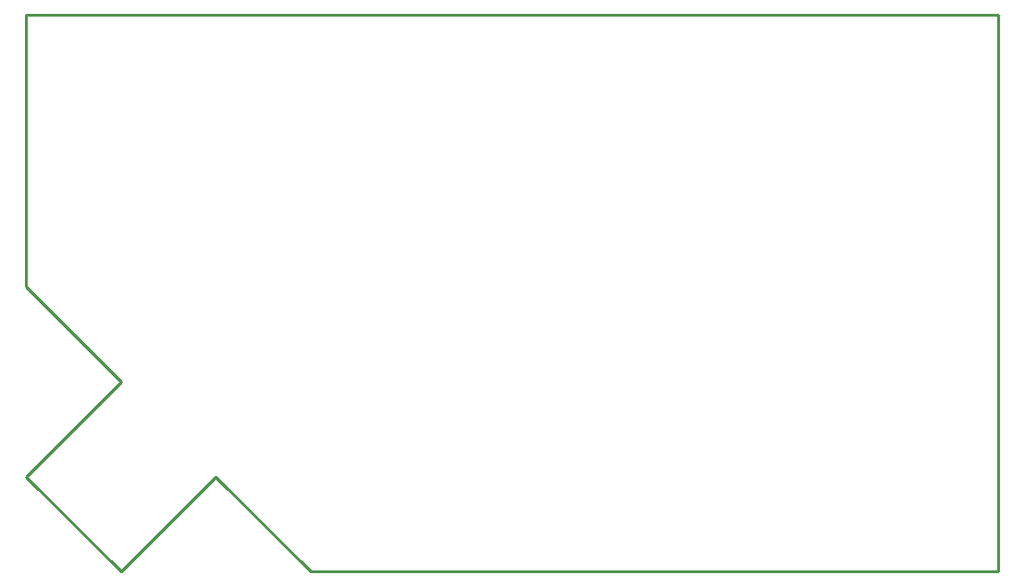
<source format=gbr>
G04 EAGLE Gerber RS-274X export*
G75*
%MOMM*%
%FSLAX34Y34*%
%LPD*%
%IN*%
%IPPOS*%
%AMOC8*
5,1,8,0,0,1.08239X$1,22.5*%
G01*
%ADD10C,0.254000*%


D10*
X0Y86974D02*
X86974Y0D01*
X173948Y86974D01*
X260922Y0D01*
X890000Y0D01*
X890000Y510000D01*
X0Y510000D01*
X0Y260922D01*
X87739Y173948D01*
X0Y86974D01*
M02*

</source>
